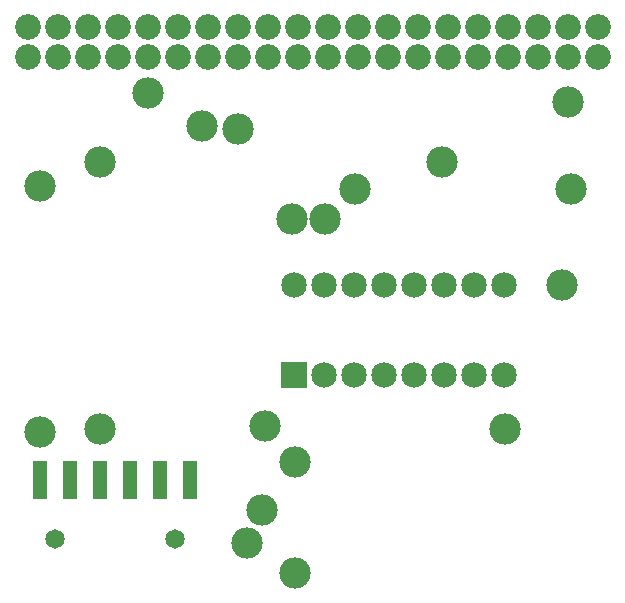
<source format=gts>
G04 MADE WITH FRITZING*
G04 WWW.FRITZING.ORG*
G04 DOUBLE SIDED*
G04 HOLES PLATED*
G04 CONTOUR ON CENTER OF CONTOUR VECTOR*
%ASAXBY*%
%FSLAX23Y23*%
%MOIN*%
%OFA0B0*%
%SFA1.0B1.0*%
%ADD10C,0.085000*%
%ADD11C,0.104488*%
%ADD12C,0.065118*%
%ADD13C,0.085361*%
%ADD14R,0.085000X0.085000*%
%ADD15R,0.049370X0.128110*%
%LNMASK1*%
G90*
G70*
G54D10*
X989Y984D03*
X989Y1284D03*
X1089Y984D03*
X1089Y1284D03*
X1189Y984D03*
X1189Y1284D03*
X1289Y984D03*
X1289Y1284D03*
X1389Y984D03*
X1389Y1284D03*
X1489Y984D03*
X1489Y1284D03*
X1589Y984D03*
X1589Y1284D03*
X1689Y984D03*
X1689Y1284D03*
G54D11*
X980Y1505D03*
X500Y1925D03*
X1910Y1605D03*
X990Y325D03*
X1900Y1895D03*
X800Y1805D03*
X1190Y1605D03*
X140Y1615D03*
X140Y795D03*
X1480Y1695D03*
X340Y1695D03*
X340Y805D03*
X880Y535D03*
X830Y425D03*
G54D12*
X190Y438D03*
X590Y438D03*
X190Y438D03*
X590Y438D03*
G54D13*
X100Y2045D03*
X200Y2045D03*
X300Y2045D03*
X400Y2045D03*
X500Y2045D03*
X600Y2045D03*
X700Y2045D03*
X800Y2045D03*
X900Y2045D03*
X1000Y2045D03*
X1100Y2045D03*
X1200Y2045D03*
X1300Y2045D03*
X1400Y2045D03*
X1500Y2045D03*
X1600Y2045D03*
X1700Y2045D03*
X1800Y2045D03*
X1900Y2045D03*
X2000Y2045D03*
X2000Y2145D03*
X1900Y2145D03*
X1800Y2145D03*
X1700Y2145D03*
X1600Y2145D03*
X1500Y2145D03*
X1400Y2145D03*
X1300Y2145D03*
X1200Y2145D03*
X1100Y2145D03*
X1000Y2145D03*
X900Y2145D03*
X800Y2145D03*
X700Y2145D03*
X600Y2145D03*
X500Y2145D03*
X400Y2145D03*
X300Y2145D03*
X200Y2145D03*
X100Y2145D03*
G54D11*
X1090Y1505D03*
X1690Y805D03*
X890Y815D03*
X990Y695D03*
X680Y1815D03*
X1880Y1285D03*
G54D14*
X989Y984D03*
G54D15*
X440Y635D03*
X540Y635D03*
X640Y635D03*
X340Y635D03*
X240Y635D03*
X140Y635D03*
G04 End of Mask1*
M02*
</source>
